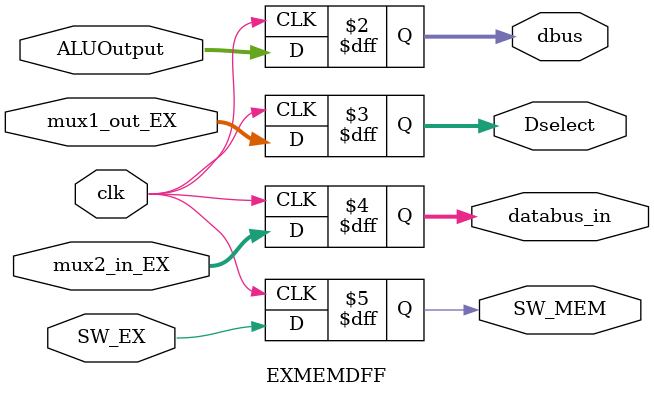
<source format=v>
`timescale 1ns / 1ps


module EXMEMDFF(ALUOutput, mux1_out_EX, mux2_in_EX, SW_EX, clk, dbus, Dselect, SW_MEM, databus_in);
    //Declare inputs and outputs
    input[31:0] ALUOutput, mux1_out_EX, mux2_in_EX;
    input clk, SW_EX;
    output reg[31:0] dbus, Dselect, databus_in;
    output reg SW_MEM;
    //Assign flip-flop values
    always @(posedge clk) begin
        dbus = ALUOutput;
        Dselect = mux1_out_EX;
        databus_in = mux2_in_EX;
        SW_MEM = SW_EX;
    end
endmodule

</source>
